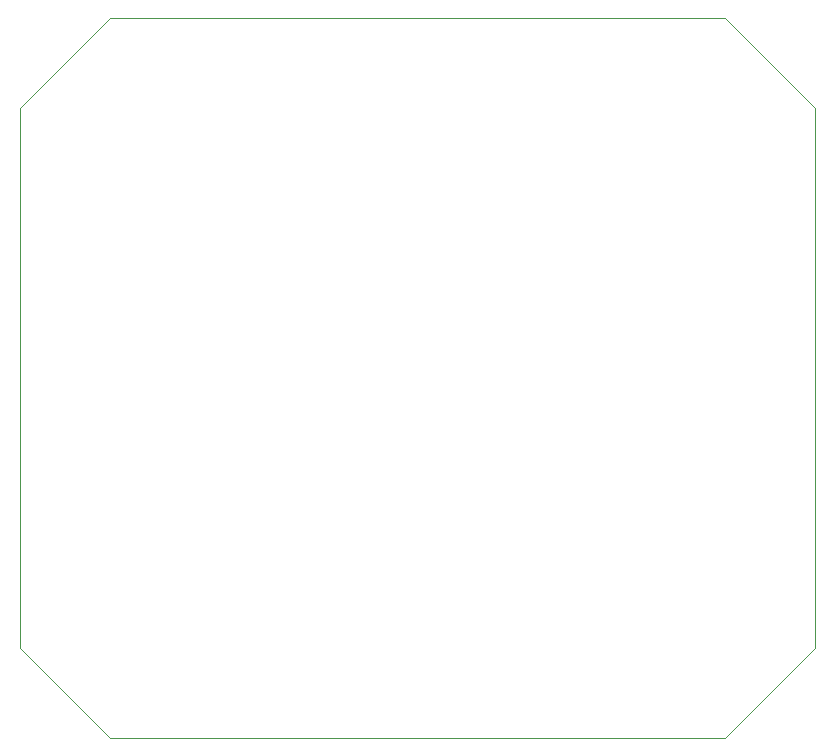
<source format=gbr>
%TF.GenerationSoftware,KiCad,Pcbnew,9.0.6*%
%TF.CreationDate,2026-02-26T15:07:22-08:00*%
%TF.ProjectId,mic_preamp_v1,6d69635f-7072-4656-916d-705f76312e6b,rev?*%
%TF.SameCoordinates,Original*%
%TF.FileFunction,Profile,NP*%
%FSLAX46Y46*%
G04 Gerber Fmt 4.6, Leading zero omitted, Abs format (unit mm)*
G04 Created by KiCad (PCBNEW 9.0.6) date 2026-02-26 15:07:22*
%MOMM*%
%LPD*%
G01*
G04 APERTURE LIST*
%TA.AperFunction,Profile*%
%ADD10C,0.050000*%
%TD*%
G04 APERTURE END LIST*
D10*
X130048000Y-66040000D02*
X122428000Y-73660000D01*
X189738000Y-89154000D02*
X189738000Y-73660000D01*
X122428000Y-104394000D02*
X122428000Y-119380000D01*
X182118000Y-66040000D02*
X189738000Y-73660000D01*
X189738000Y-103124000D02*
X189738000Y-119380000D01*
X182118000Y-127000000D02*
X130048000Y-127000000D01*
X130048000Y-127000000D02*
X122428000Y-119380000D01*
X130048000Y-66040000D02*
X182118000Y-66040000D01*
X122428000Y-88646000D02*
X122428000Y-73660000D01*
X182118000Y-126999727D02*
X189738000Y-119380000D01*
%TO.C,J3*%
X122428000Y-88646000D02*
X122428000Y-104394000D01*
%TO.C,J1*%
X189738000Y-103124000D02*
X189738000Y-89154000D01*
%TD*%
M02*

</source>
